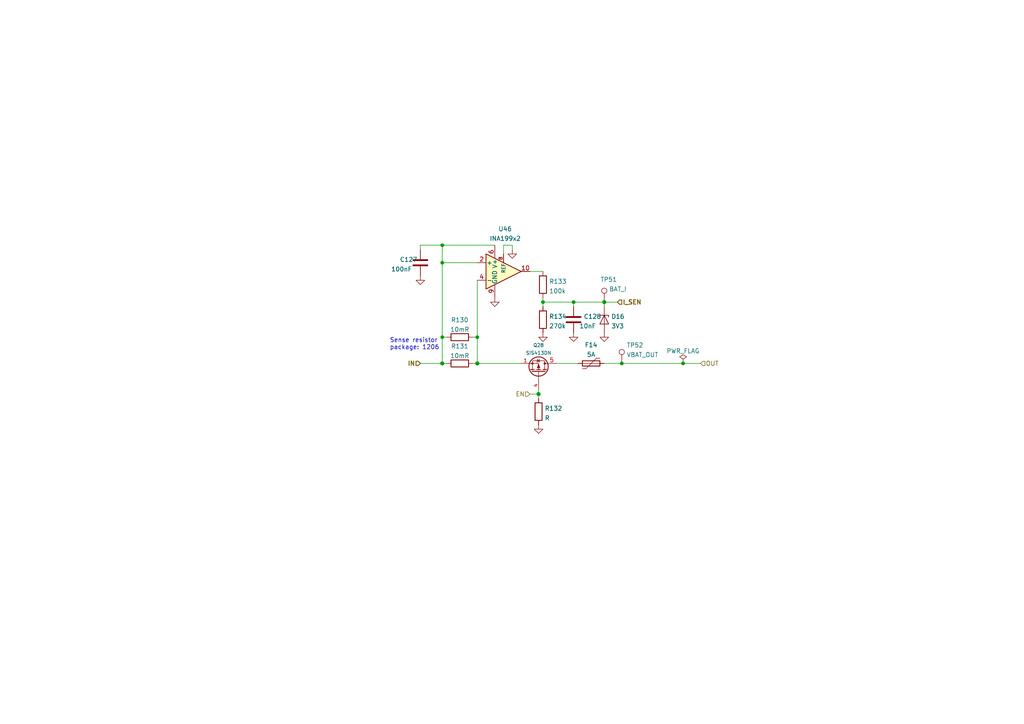
<source format=kicad_sch>
(kicad_sch (version 20210621) (generator eeschema)
  (paper "A4")
  (title_block (title "BUTCube - EPS") (date "2021-06-01") (rev "v1.0") (company "VUT - FIT(STRaDe) & FME(IAE & IPE)") (comment 1 "Author: Petr Malaník"))
  (lib_symbols
    (symbol "Connector:TestPoint" (pin_numbers hide) (pin_names (offset 0.762) hide)
      (property "Reference" "TP" (at 0 6.858 0))
      (property "Value" "TestPoint" (at 0 5.08 0))
      (symbol "TestPoint_0_1"
        (circle (center 0 3.302) (radius 0.762))
      )
      (symbol "TestPoint_1_1"
        (pin passive line (at 0 0 90) (length 2.54) (name "1") (number "1"))
      )
    )
    (symbol "Device:C" (pin_numbers hide) (pin_names (offset 0.254))
      (property "Reference" "C" (at 0.635 2.54 0))
      (property "Value" "C" (at 0.635 -2.54 0))
      (symbol "C_0_1"
        (polyline (pts (xy -2.032 -0.762) (xy 2.032 -0.762)) (stroke (width 0.508)))
        (polyline (pts (xy -2.032 0.762) (xy 2.032 0.762)) (stroke (width 0.508)))
      )
      (symbol "C_1_1"
        (pin passive line (at 0 3.81 270) (length 2.794) (name "~") (number "1"))
        (pin passive line (at 0 -3.81 90) (length 2.794) (name "~") (number "2"))
      )
    )
    (symbol "Device:D_Zener" (pin_numbers hide) (pin_names (offset 1.016) hide)
      (property "Reference" "D" (at 0 2.54 0))
      (property "Value" "D_Zener" (at 0 -2.54 0))
      (symbol "D_Zener_0_1"
        (polyline (pts (xy 1.27 0) (xy -1.27 0)))
        (polyline (pts (xy -1.27 -1.27) (xy -1.27 1.27) (xy -0.762 1.27)) (stroke (width 0.2032)))
        (polyline (pts (xy 1.27 -1.27) (xy 1.27 1.27) (xy -1.27 0) (xy 1.27 -1.27)) (stroke (width 0.2032)))
      )
      (symbol "D_Zener_1_1"
        (pin passive line (at -3.81 0 0) (length 2.54) (name "K") (number "1"))
        (pin passive line (at 3.81 0 180) (length 2.54) (name "A") (number "2"))
      )
    )
    (symbol "Device:Polyfuse" (pin_numbers hide) (pin_names (offset 0))
      (property "Reference" "F" (at -2.54 0 90))
      (property "Value" "Polyfuse" (at 2.54 0 90))
      (symbol "Polyfuse_0_1"
        (rectangle (start -0.762 2.54) (end 0.762 -2.54) (stroke (width 0.254)))
        (polyline (pts (xy 0 2.54) (xy 0 -2.54)))
        (polyline (pts (xy -1.524 2.54) (xy -1.524 1.524) (xy 1.524 -1.524) (xy 1.524 -2.54)))
      )
      (symbol "Polyfuse_1_1"
        (pin passive line (at 0 3.81 270) (length 1.27) (name "~") (number "1"))
        (pin passive line (at 0 -3.81 90) (length 1.27) (name "~") (number "2"))
      )
    )
    (symbol "Device:R" (pin_numbers hide) (pin_names (offset 0))
      (property "Reference" "R" (at 2.032 0 90))
      (property "Value" "R" (at 0 0 90))
      (symbol "R_0_1"
        (rectangle (start -1.016 -2.54) (end 1.016 2.54) (stroke (width 0.254)))
      )
      (symbol "R_1_1"
        (pin passive line (at 0 3.81 270) (length 1.27) (name "~") (number "1"))
        (pin passive line (at 0 -3.81 90) (length 1.27) (name "~") (number "2"))
      )
    )
    (symbol "TCY_power_management:INA199" (pin_names (offset 0.127))
      (property "Reference" "U" (at 3.81 3.81 0))
      (property "Value" "INA199" (at 3.81 -3.81 0))
      (symbol "INA199_0_1"
        (polyline (pts (xy 5.08 0) (xy -5.08 5.08) (xy -5.08 -5.08) (xy 5.08 0)) (stroke (width 0.254)) (fill (type background)))
      )
      (symbol "INA199_1_1"
        (pin output line (at 7.62 0 180) (length 2.54) (name "~") (number "10"))
        (pin input line (at -7.62 2.54 0) (length 2.54) (name "+") (number "2"))
        (pin input line (at -7.62 2.54 0) (length 2.54) hide (name "+") (number "3"))
        (pin input line (at -7.62 -2.54 0) (length 2.54) (name "-") (number "4"))
        (pin input line (at -7.62 -2.54 0) (length 2.54) hide (name "-") (number "5"))
        (pin power_in line (at -2.54 7.62 270) (length 3.81) (name "V+") (number "6"))
        (pin input line (at 0 5.08 270) (length 2.54) (name "REF") (number "8"))
        (pin power_in line (at -2.54 -7.62 90) (length 3.81) (name "GND") (number "9"))
      )
    )
    (symbol "TCY_transistors:SiS413DN" (pin_names hide)
      (property "Reference" "Q" (at 8.89 2.54 0))
      (property "Value" "SiS413DN" (at 8.89 0 0))
      (symbol "SiS413DN_0_1"
        (circle (center -0.889 0) (radius 2.794) (stroke (width 0.254)))
        (circle (center 0 -1.778) (radius 0.254) (fill (type outline)))
        (circle (center 0 1.778) (radius 0.254) (fill (type outline)))
        (polyline (pts (xy -2.286 0) (xy -5.08 0)))
        (polyline (pts (xy -2.286 1.905) (xy -2.286 -1.905)) (stroke (width 0.254)))
        (polyline (pts (xy -1.778 -1.27) (xy -1.778 -2.286)) (stroke (width 0.254)))
        (polyline (pts (xy -1.778 0.508) (xy -1.778 -0.508)) (stroke (width 0.254)))
        (polyline (pts (xy -1.778 2.286) (xy -1.778 1.27)) (stroke (width 0.254)))
        (polyline (pts (xy 0 2.54) (xy 0 1.778)))
        (polyline (pts (xy 0 -2.54) (xy 0 0) (xy -1.778 0)))
        (polyline (pts (xy -1.778 1.778) (xy 0.762 1.778) (xy 0.762 -1.778) (xy -1.778 -1.778)))
        (polyline (pts (xy 0.254 -0.508) (xy 0.381 -0.381) (xy 1.143 -0.381) (xy 1.27 -0.254)))
        (polyline (pts (xy 0.762 -0.381) (xy 0.381 0.254) (xy 1.143 0.254) (xy 0.762 -0.381)))
        (polyline (pts (xy -0.254 0) (xy -1.27 0.381) (xy -1.27 -0.381) (xy -0.254 0)) (fill (type outline)))
      )
      (symbol "SiS413DN_1_1"
        (pin passive line (at 0 -5.08 90) (length 2.54) (name "S") (number "1"))
        (pin passive line (at 0 -5.08 90) (length 2.54) hide (name "S") (number "2"))
        (pin passive line (at 0 -5.08 90) (length 2.54) hide (name "S") (number "3"))
        (pin passive line (at -7.62 0 0) (length 2.54) (name "G") (number "4"))
        (pin passive line (at 0 5.08 270) (length 2.54) (name "D") (number "5"))
        (pin passive line (at 0 5.08 270) (length 2.54) hide (name "D") (number "6"))
        (pin passive line (at 0 5.08 270) (length 2.54) hide (name "D") (number "7"))
        (pin passive line (at 0 5.08 270) (length 2.54) hide (name "D") (number "8"))
        (pin passive line (at 0 5.08 270) (length 2.54) hide (name "D") (number "9"))
      )
    )
    (symbol "power:GND" (power) (pin_names (offset 0))
      (property "Value" "GND" (at 0 -3.81 0))
      (symbol "GND_0_1"
        (polyline (pts (xy 0 0) (xy 0 -1.27) (xy 1.27 -1.27) (xy 0 -2.54) (xy -1.27 -1.27) (xy 0 -1.27)))
      )
      (symbol "GND_1_1"
        (pin power_in line (at 0 0 270) (length 0) hide (name "GND") (number "1"))
      )
    )
    (symbol "power:PWR_FLAG" (power) (pin_numbers hide) (pin_names (offset 0) hide)
      (property "Value" "PWR_FLAG" (at 0 3.81 0))
      (symbol "PWR_FLAG_0_0"
        (pin power_out line (at 0 0 90) (length 0) (name "pwr") (number "1"))
      )
      (symbol "PWR_FLAG_0_1"
        (polyline (pts (xy 0 0) (xy 0 1.27) (xy -1.016 1.905) (xy 0 2.54) (xy 1.016 1.905) (xy 0 1.27)))
      )
    )
  )
  (junction (at 128.27 71.12) (diameter 0.9144))
  (junction (at 128.27 76.2) (diameter 0.9144))
  (junction (at 128.27 97.79) (diameter 0.9144))
  (junction (at 128.27 105.41) (diameter 1.016))
  (junction (at 138.43 97.79) (diameter 0.9144))
  (junction (at 138.43 105.41) (diameter 1.016))
  (junction (at 156.21 114.3) (diameter 1.016))
  (junction (at 157.48 87.63) (diameter 0.9144))
  (junction (at 166.37 87.63) (diameter 0.9144))
  (junction (at 175.26 87.63) (diameter 1.016))
  (junction (at 180.34 105.41) (diameter 0.9144))
  (junction (at 198.12 105.41) (diameter 0.9144))
  (wire (pts (xy 121.92 71.12) (xy 121.92 72.39)))
  (wire (pts (xy 121.92 71.12) (xy 128.27 71.12)))
  (wire (pts (xy 121.92 105.41) (xy 128.27 105.41)))
  (wire (pts (xy 128.27 71.12) (xy 128.27 76.2)))
  (wire (pts (xy 128.27 71.12) (xy 143.51 71.12)))
  (wire (pts (xy 128.27 76.2) (xy 128.27 97.79)))
  (wire (pts (xy 128.27 76.2) (xy 138.43 76.2)))
  (wire (pts (xy 128.27 97.79) (xy 128.27 105.41)))
  (wire (pts (xy 128.27 97.79) (xy 129.54 97.79)))
  (wire (pts (xy 128.27 105.41) (xy 129.54 105.41)))
  (wire (pts (xy 137.16 97.79) (xy 138.43 97.79)))
  (wire (pts (xy 137.16 105.41) (xy 138.43 105.41)))
  (wire (pts (xy 138.43 81.28) (xy 138.43 97.79)))
  (wire (pts (xy 138.43 97.79) (xy 138.43 105.41)))
  (wire (pts (xy 138.43 105.41) (xy 151.13 105.41)))
  (wire (pts (xy 146.05 71.12) (xy 146.05 73.66)))
  (wire (pts (xy 148.59 71.12) (xy 146.05 71.12)))
  (wire (pts (xy 148.59 72.39) (xy 148.59 71.12)))
  (wire (pts (xy 153.67 78.74) (xy 157.48 78.74)))
  (wire (pts (xy 153.67 114.3) (xy 156.21 114.3)))
  (wire (pts (xy 156.21 114.3) (xy 156.21 113.03)))
  (wire (pts (xy 156.21 114.3) (xy 156.21 115.57)))
  (wire (pts (xy 157.48 86.36) (xy 157.48 87.63)))
  (wire (pts (xy 157.48 87.63) (xy 157.48 88.9)))
  (wire (pts (xy 157.48 87.63) (xy 166.37 87.63)))
  (wire (pts (xy 161.29 105.41) (xy 167.64 105.41)))
  (wire (pts (xy 166.37 87.63) (xy 166.37 88.9)))
  (wire (pts (xy 166.37 87.63) (xy 175.26 87.63)))
  (wire (pts (xy 175.26 87.63) (xy 179.07 87.63)))
  (wire (pts (xy 175.26 88.9) (xy 175.26 87.63)))
  (wire (pts (xy 175.26 105.41) (xy 180.34 105.41)))
  (wire (pts (xy 180.34 105.41) (xy 198.12 105.41)))
  (wire (pts (xy 198.12 105.41) (xy 203.2 105.41)))
  (text "Sense resistor \npackage: 1206" (at 113.03 101.6 0) (effects (font (size 1.27 1.27)) (justify left bottom)))
  (hierarchical_label "IN" (shape input) (at 121.92 105.41 180) (effects (font (thickness 0.254))))
  (hierarchical_label "EN" (shape input) (at 153.67 114.3 180))
  (hierarchical_label "I_SEN" (shape input) (at 179.07 87.63 0) (effects (font (thickness 0.254))))
  (hierarchical_label "OUT" (shape input) (at 203.2 105.41 0))
  (symbol (lib_id "power:PWR_FLAG") (at 198.12 105.41 0)
    (property "Reference" "#FLG0114" (effects hide))
    (property "Value" "PWR_FLAG" (at 198.12 101.8054 0))
  )
  (symbol (lib_id "Connector:TestPoint") (at 175.26 87.63 0)
    (property "Reference" "TP51" (at 174.1171 81.07 0) (effects (justify left)))
    (property "Value" "BAT_I" (at 176.6571 83.8451 0) (effects (justify left)))
    (property "Footprint" "TCY_connectors:TestPoint_Pad_D0.5mm" (effects hide))
  )
  (symbol (lib_id "Connector:TestPoint") (at 180.34 105.41 0)
    (property "Reference" "TP52" (at 181.7371 100.12 0) (effects (justify left)))
    (property "Value" "VBAT_OUT" (at 181.7371 102.8951 0) (effects (justify left)))
    (property "Footprint" "TCY_connectors:TestPoint_Pad_D0.5mm" (effects hide))
  )
  (symbol (lib_id "power:GND") (at 121.92 80.01 0)
    (property "Reference" "#PWR0274" (effects hide))
    (property "Value" "GND" (effects hide))
  )
  (symbol (lib_id "power:GND") (at 143.51 86.36 0)
    (property "Reference" "#PWR0275" (effects hide))
    (property "Value" "GND" (effects hide))
  )
  (symbol (lib_id "power:GND") (at 148.59 72.39 0)
    (property "Reference" "#PWR0276" (effects hide))
    (property "Value" "GND" (effects hide))
  )
  (symbol (lib_id "power:GND") (at 156.21 123.19 0)
    (property "Reference" "#PWR0277" (effects hide))
    (property "Value" "GND" (effects hide))
  )
  (symbol (lib_id "power:GND") (at 157.48 96.52 0)
    (property "Reference" "#PWR0278" (effects hide))
    (property "Value" "GND" (effects hide))
  )
  (symbol (lib_id "power:GND") (at 166.37 96.52 0)
    (property "Reference" "#PWR0279" (effects hide))
    (property "Value" "GND" (effects hide))
  )
  (symbol (lib_id "power:GND") (at 175.26 96.52 0)
    (property "Reference" "#PWR0280" (effects hide))
    (property "Value" "GND" (effects hide))
  )
  (symbol (lib_id "Device:R") (at 133.35 97.79 90)
    (property "Reference" "R130" (at 133.35 92.8074 90))
    (property "Value" "10mR" (at 133.35 95.5825 90))
  )
  (symbol (lib_id "Device:R") (at 133.35 105.41 90)
    (property "Reference" "R131" (at 133.35 100.4274 90))
    (property "Value" "10mR" (at 133.35 103.2025 90))
  )
  (symbol (lib_id "Device:R") (at 156.21 119.38 0)
    (property "Reference" "R132" (at 157.9881 118.4715 0) (effects (justify left)))
    (property "Value" "R" (at 157.9881 121.2466 0) (effects (justify left)))
  )
  (symbol (lib_id "Device:R") (at 157.48 82.55 180)
    (property "Reference" "R133" (at 159.2581 81.6415 0) (effects (justify right)))
    (property "Value" "100k" (at 159.2581 84.4166 0) (effects (justify right)))
  )
  (symbol (lib_id "Device:R") (at 157.48 92.71 180)
    (property "Reference" "R134" (at 159.2581 91.8015 0) (effects (justify right)))
    (property "Value" "270k" (at 159.2581 94.5766 0) (effects (justify right)))
  )
  (symbol (lib_id "Device:D_Zener") (at 175.26 92.71 270)
    (property "Reference" "D16" (at 177.2667 91.8015 90) (effects (justify left)))
    (property "Value" "3V3" (at 177.2667 94.5766 90) (effects (justify left)))
  )
  (symbol (lib_id "Device:Polyfuse") (at 171.45 105.41 90)
    (property "Reference" "F14" (at 171.45 100.0464 90))
    (property "Value" "5A" (at 171.45 102.8215 90))
  )
  (symbol (lib_id "Device:C") (at 121.92 76.2 0)
    (property "Reference" "C127" (at 115.9511 75.2915 0) (effects (justify left)))
    (property "Value" "100nF" (at 113.4111 78.0666 0) (effects (justify left)))
  )
  (symbol (lib_id "Device:C") (at 166.37 92.71 0)
    (property "Reference" "C128" (at 169.2911 91.8015 0) (effects (justify left)))
    (property "Value" "10nF" (at 168.0211 94.5766 0) (effects (justify left)))
  )
  (symbol (lib_id "TCY_transistors:SiS413DN") (at 156.21 105.41 270) (mirror x)
    (property "Reference" "Q28" (at 156.21 100.1388 90) (effects (font (size 1 1))))
    (property "Value" "SiS413DN" (at 156.21 102.3778 90) (effects (font (size 1 1))))
    (property "Footprint" "Package_SO:Vishay_PowerPAK_1212-8_Single" (effects hide))
    (property "Datasheet" "https://www.vishay.com/docs/63262/sis413dn.pdf" (effects hide))
  )
  (symbol (lib_id "TCY_power_management:INA199") (at 146.05 78.74 0)
    (property "Reference" "U46" (at 144.5261 66.4015 0) (effects (justify left)))
    (property "Value" "INA199x2" (at 141.9861 69.1766 0) (effects (justify left)))
    (property "Footprint" "Package_DFN_QFN:UQFN-10_1.4x1.8mm_P0.4mm" (effects hide))
    (property "Datasheet" "https://www.ti.com/lit/ds/symlink/ina199.pdf" (effects hide))
  )
)
</source>
